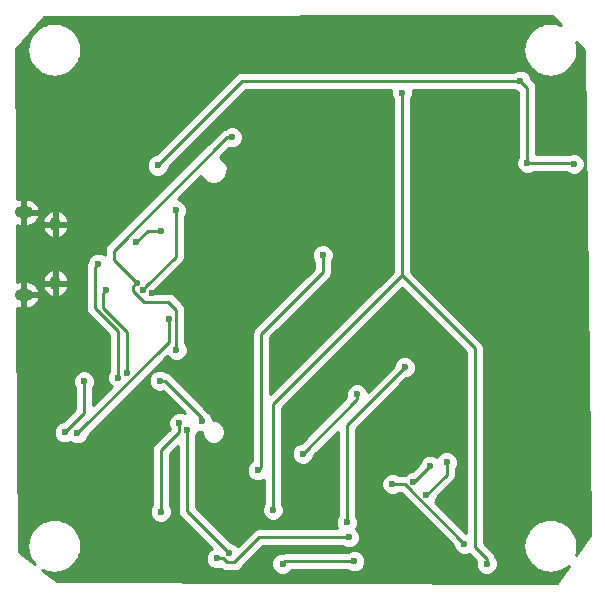
<source format=gbr>
G04 #@! TF.FileFunction,Copper,L2,Bot,Signal*
%FSLAX46Y46*%
G04 Gerber Fmt 4.6, Leading zero omitted, Abs format (unit mm)*
G04 Created by KiCad (PCBNEW 4.0.5-e0-6337~49~ubuntu16.04.1) date Sat Feb 11 21:29:31 2017*
%MOMM*%
%LPD*%
G01*
G04 APERTURE LIST*
%ADD10C,0.100000*%
%ADD11O,0.950000X1.250000*%
%ADD12O,1.550000X1.000000*%
%ADD13C,0.600000*%
%ADD14C,0.250000*%
%ADD15C,0.254000*%
G04 APERTURE END LIST*
D10*
D11*
X127308600Y-87365200D03*
X127308600Y-92365200D03*
D12*
X124608600Y-86365200D03*
X124608600Y-93365200D03*
D13*
X134178045Y-92318660D03*
X142252700Y-80022700D03*
X137553700Y-98018600D03*
X137591800Y-92722700D03*
X135445500Y-93218000D03*
X166255700Y-77101700D03*
X170053000Y-75425300D03*
X163817300Y-116116100D03*
X134701662Y-92923510D03*
X145737191Y-111558590D03*
X156654500Y-76263500D03*
X128092200Y-105003600D03*
X129730500Y-100685600D03*
X137477500Y-86207600D03*
X166674800Y-75234800D03*
X135953500Y-82410300D03*
X171220191Y-82277824D03*
X167271700Y-82181700D03*
X132626100Y-100368100D03*
X130937000Y-90728800D03*
X133323487Y-99976091D03*
X131610100Y-92989400D03*
X136906000Y-95415100D03*
X129171700Y-105079800D03*
X151955500Y-112623600D03*
X156870400Y-99504500D03*
X161925000Y-114427000D03*
X155829000Y-109385100D03*
X148247100Y-106807000D03*
X152831800Y-101791800D03*
X134134248Y-88922248D03*
X136271000Y-87934800D03*
X139725925Y-104081723D03*
X136144000Y-100622100D03*
X146532908Y-116126090D03*
X152615900Y-115912900D03*
X138420010Y-104807856D03*
X141998700Y-115227100D03*
X158702999Y-110321101D03*
X160426400Y-107548079D03*
X152146000Y-113893600D03*
X140970000Y-115671600D03*
X157610799Y-109228901D03*
X159015345Y-107840179D03*
X149936200Y-89979500D03*
X144437100Y-108216700D03*
X137795000Y-104203500D03*
X136220200Y-111721900D03*
D14*
X137553700Y-98018600D02*
X137553700Y-94642496D01*
X133878046Y-93017959D02*
X133878046Y-92618659D01*
X132241084Y-89610052D02*
X132241084Y-90381699D01*
X134799653Y-93939566D02*
X133878046Y-93017959D01*
X136850770Y-93939566D02*
X134799653Y-93939566D01*
X132241084Y-90381699D02*
X133878046Y-92018661D01*
X141828436Y-80022700D02*
X132241084Y-89610052D01*
X142252700Y-80022700D02*
X141828436Y-80022700D01*
X133878046Y-92618659D02*
X134178045Y-92318660D01*
X133878046Y-92018661D02*
X134178045Y-92318660D01*
X137553700Y-94642496D02*
X136850770Y-93939566D01*
X135445500Y-93218000D02*
X135745499Y-92918001D01*
X135745499Y-92918001D02*
X137863301Y-92918001D01*
X166255700Y-77101700D02*
X166370000Y-77216000D01*
X166370000Y-77216000D02*
X166370000Y-77381100D01*
X162826700Y-114701236D02*
X162826700Y-97878900D01*
X162826700Y-97878900D02*
X156654500Y-91706700D01*
X163817300Y-116116100D02*
X163817300Y-115691836D01*
X163817300Y-115691836D02*
X162826700Y-114701236D01*
X137477500Y-90147672D02*
X135001661Y-92623511D01*
X137477500Y-86207600D02*
X137477500Y-90147672D01*
X135001661Y-92623511D02*
X134701662Y-92923510D01*
X156654500Y-76263500D02*
X156654500Y-91706700D01*
X145737191Y-102624009D02*
X145737191Y-111558590D01*
X156654500Y-91706700D02*
X145737191Y-102624009D01*
X129730500Y-100685600D02*
X129730500Y-103365300D01*
X129730500Y-103365300D02*
X128092200Y-105003600D01*
X167271700Y-75831700D02*
X166674800Y-75234800D01*
X167271700Y-82181700D02*
X167271700Y-75831700D01*
X143129000Y-75234800D02*
X166674800Y-75234800D01*
X135953500Y-82410300D02*
X143129000Y-75234800D01*
X171124067Y-82181700D02*
X171220191Y-82277824D01*
X167271700Y-82181700D02*
X171124067Y-82181700D01*
X130937000Y-90728800D02*
X130637001Y-91028799D01*
X130637001Y-91028799D02*
X130637001Y-94457690D01*
X132626100Y-96446789D02*
X132626100Y-100368100D01*
X130637001Y-94457690D02*
X132626100Y-96446789D01*
X131310101Y-93289399D02*
X131310101Y-94494379D01*
X131310101Y-94494379D02*
X133323487Y-96507765D01*
X131610100Y-92989400D02*
X131310101Y-93289399D01*
X133323487Y-96507765D02*
X133323487Y-99976091D01*
X136906000Y-97345500D02*
X136906000Y-95415100D01*
X129171700Y-105079800D02*
X136906000Y-97345500D01*
X156870400Y-99504500D02*
X151955500Y-104419400D01*
X151955500Y-104419400D02*
X151955500Y-112623600D01*
X155829000Y-109385100D02*
X156883100Y-109385100D01*
X156883100Y-109385100D02*
X161925000Y-114427000D01*
X152831800Y-101791800D02*
X152831800Y-102222300D01*
X152831800Y-102222300D02*
X148247100Y-106807000D01*
X135121696Y-87934800D02*
X134134248Y-88922248D01*
X136271000Y-87934800D02*
X135121696Y-87934800D01*
X139725925Y-103779761D02*
X139725925Y-104081723D01*
X136144000Y-100622100D02*
X136568264Y-100622100D01*
X136568264Y-100622100D02*
X139725925Y-103779761D01*
X152615900Y-115912900D02*
X146746098Y-115912900D01*
X146746098Y-115912900D02*
X146532908Y-116126090D01*
X138420010Y-111648410D02*
X138420010Y-104807856D01*
X141998700Y-115227100D02*
X138420010Y-111648410D01*
X160426400Y-108597700D02*
X158702999Y-110321101D01*
X160426400Y-107548079D02*
X160426400Y-108597700D01*
X140970000Y-115671600D02*
X141518198Y-115671600D01*
X141518198Y-115671600D02*
X141848548Y-116001950D01*
X141848548Y-116001950D02*
X142448550Y-116001950D01*
X142448550Y-116001950D02*
X144556900Y-113893600D01*
X144556900Y-113893600D02*
X152146000Y-113893600D01*
X157626623Y-109228901D02*
X157610799Y-109228901D01*
X159015345Y-107840179D02*
X157626623Y-109228901D01*
X144737099Y-96651801D02*
X149936200Y-91452700D01*
X149936200Y-91452700D02*
X149936200Y-89979500D01*
X144437100Y-108216700D02*
X144737099Y-107916701D01*
X144737099Y-107916701D02*
X144737099Y-96651801D01*
X137795000Y-104942940D02*
X137795000Y-104203500D01*
X136220200Y-111721900D02*
X136220200Y-106517740D01*
X136220200Y-106517740D02*
X137795000Y-104942940D01*
D15*
G36*
X170075369Y-70507799D02*
X170020315Y-70478387D01*
X169720116Y-70387387D01*
X169653106Y-70380800D01*
X169588673Y-70361241D01*
X169276573Y-70330441D01*
X169209300Y-70337054D01*
X169142027Y-70330441D01*
X168829927Y-70361241D01*
X168765494Y-70380800D01*
X168698484Y-70387387D01*
X168398284Y-70478387D01*
X168338675Y-70510234D01*
X168274001Y-70529863D01*
X167997401Y-70677763D01*
X167945370Y-70720477D01*
X167885990Y-70752195D01*
X167643490Y-70951095D01*
X167600606Y-71003320D01*
X167548372Y-71046190D01*
X167349372Y-71288690D01*
X167317556Y-71348218D01*
X167274742Y-71400401D01*
X167126942Y-71677001D01*
X167107389Y-71741490D01*
X167075617Y-71800915D01*
X166984517Y-72101114D01*
X166977889Y-72168334D01*
X166958290Y-72232973D01*
X166927590Y-72545073D01*
X166934203Y-72612130D01*
X166927590Y-72679187D01*
X166958290Y-72991287D01*
X166977889Y-73055926D01*
X166984517Y-73123146D01*
X167075617Y-73423345D01*
X167107389Y-73482770D01*
X167126942Y-73547259D01*
X167274742Y-73823859D01*
X167317556Y-73876042D01*
X167349372Y-73935570D01*
X167548372Y-74178070D01*
X167600542Y-74220888D01*
X167643360Y-74273058D01*
X167885859Y-74472058D01*
X167945389Y-74503875D01*
X167997571Y-74546688D01*
X168274171Y-74694488D01*
X168338658Y-74714041D01*
X168398084Y-74745813D01*
X168698284Y-74836913D01*
X168765504Y-74843541D01*
X168830143Y-74863140D01*
X169142243Y-74893840D01*
X169209300Y-74887227D01*
X169276357Y-74893840D01*
X169588457Y-74863140D01*
X169653096Y-74843541D01*
X169720316Y-74836913D01*
X170020515Y-74745813D01*
X170079940Y-74714041D01*
X170144429Y-74694488D01*
X170421029Y-74546688D01*
X170473212Y-74503874D01*
X170532740Y-74472058D01*
X170775240Y-74273058D01*
X170818110Y-74220824D01*
X170870335Y-74177940D01*
X171069235Y-73935440D01*
X171100953Y-73876060D01*
X171143667Y-73824029D01*
X171291567Y-73547429D01*
X171311196Y-73482755D01*
X171343043Y-73423146D01*
X171434043Y-73122946D01*
X171440630Y-73055936D01*
X171460189Y-72991503D01*
X171490989Y-72679403D01*
X171484376Y-72612130D01*
X171490989Y-72544857D01*
X171460189Y-72232757D01*
X171440630Y-72168324D01*
X171434043Y-72101314D01*
X171378925Y-71919484D01*
X172047482Y-72643498D01*
X172524300Y-113273460D01*
X172524300Y-113684429D01*
X171339242Y-115430273D01*
X171343034Y-115423176D01*
X171434034Y-115123026D01*
X171440626Y-115055996D01*
X171460190Y-114991543D01*
X171490990Y-114679393D01*
X171484377Y-114612125D01*
X171490989Y-114544863D01*
X171460189Y-114232733D01*
X171440627Y-114168287D01*
X171434036Y-114101260D01*
X171343036Y-113801100D01*
X171311195Y-113741507D01*
X171291572Y-113676850D01*
X171143672Y-113400240D01*
X171100938Y-113348183D01*
X171069200Y-113288777D01*
X170870300Y-113046317D01*
X170818081Y-113003444D01*
X170775215Y-112951221D01*
X170532714Y-112752241D01*
X170473249Y-112720463D01*
X170421131Y-112677687D01*
X170144531Y-112529827D01*
X170079933Y-112510229D01*
X170020396Y-112478411D01*
X169720196Y-112387371D01*
X169653090Y-112380767D01*
X169588565Y-112361191D01*
X169276465Y-112330441D01*
X169209300Y-112337054D01*
X169142135Y-112330441D01*
X168830035Y-112361191D01*
X168765510Y-112380767D01*
X168698404Y-112387371D01*
X168398204Y-112478411D01*
X168338667Y-112510229D01*
X168274069Y-112529827D01*
X167997469Y-112677687D01*
X167945351Y-112720463D01*
X167885886Y-112752241D01*
X167643386Y-112951221D01*
X167600574Y-113003379D01*
X167548407Y-113046187D01*
X167349407Y-113288647D01*
X167317570Y-113348204D01*
X167274738Y-113400410D01*
X167126938Y-113677020D01*
X167107391Y-113741490D01*
X167075625Y-113800900D01*
X166984525Y-114101060D01*
X166977893Y-114168293D01*
X166958289Y-114232950D01*
X166927589Y-114545079D01*
X166934202Y-114612129D01*
X166927589Y-114679176D01*
X166958289Y-114991326D01*
X166977894Y-115055988D01*
X166984527Y-115123226D01*
X167075627Y-115423376D01*
X167107389Y-115482777D01*
X167126933Y-115547241D01*
X167274733Y-115823861D01*
X167317568Y-115876072D01*
X167349407Y-115935633D01*
X167548407Y-116178093D01*
X167600580Y-116220906D01*
X167643399Y-116273070D01*
X167885899Y-116472040D01*
X167945358Y-116503813D01*
X167997469Y-116546583D01*
X168274069Y-116694443D01*
X168338657Y-116714038D01*
X168398184Y-116745853D01*
X168698384Y-116836903D01*
X168765500Y-116843510D01*
X168830035Y-116863089D01*
X169142135Y-116893839D01*
X169209300Y-116887226D01*
X169276465Y-116893839D01*
X169588565Y-116863089D01*
X169653100Y-116843510D01*
X169720216Y-116836903D01*
X170020416Y-116745853D01*
X170079943Y-116714038D01*
X170144531Y-116694443D01*
X170421131Y-116546583D01*
X170473242Y-116503813D01*
X170532701Y-116472040D01*
X170757056Y-116287958D01*
X169744631Y-117779477D01*
X127448443Y-117576800D01*
X126194862Y-116652105D01*
X126274087Y-116694453D01*
X126338651Y-116714039D01*
X126398154Y-116745844D01*
X126698304Y-116836894D01*
X126765437Y-116843506D01*
X126829991Y-116863090D01*
X127142121Y-116893840D01*
X127209280Y-116887227D01*
X127276435Y-116893840D01*
X127588585Y-116863090D01*
X127653135Y-116843508D01*
X127720270Y-116836896D01*
X128020430Y-116745846D01*
X128079941Y-116714037D01*
X128144512Y-116694448D01*
X128421122Y-116546588D01*
X128473259Y-116503798D01*
X128532744Y-116472005D01*
X128775204Y-116273035D01*
X128818014Y-116220874D01*
X128870174Y-116178067D01*
X129069154Y-115935607D01*
X129100955Y-115876112D01*
X129143753Y-115823963D01*
X129291613Y-115547343D01*
X129311202Y-115482769D01*
X129343010Y-115423256D01*
X129434050Y-115123106D01*
X129440659Y-115055980D01*
X129460240Y-114991435D01*
X129490990Y-114679284D01*
X129484377Y-114612130D01*
X129490990Y-114544971D01*
X129460240Y-114232841D01*
X129440660Y-114168301D01*
X129434052Y-114101180D01*
X129343012Y-113801020D01*
X129311200Y-113741499D01*
X129291608Y-113676918D01*
X129143748Y-113400308D01*
X129100952Y-113348164D01*
X129069154Y-113288673D01*
X128870174Y-113046213D01*
X128818019Y-113003411D01*
X128775217Y-112951256D01*
X128532757Y-112752276D01*
X128473266Y-112720478D01*
X128421122Y-112677682D01*
X128144512Y-112529822D01*
X128079931Y-112510230D01*
X128020410Y-112478418D01*
X127720250Y-112387378D01*
X127653130Y-112380770D01*
X127588589Y-112361190D01*
X127276459Y-112330440D01*
X127209300Y-112337053D01*
X127142146Y-112330440D01*
X126829995Y-112361190D01*
X126765450Y-112380771D01*
X126698324Y-112387380D01*
X126398174Y-112478420D01*
X126338661Y-112510228D01*
X126274087Y-112529817D01*
X125997467Y-112677677D01*
X125945318Y-112720475D01*
X125885823Y-112752276D01*
X125643363Y-112951256D01*
X125600556Y-113003416D01*
X125548395Y-113046226D01*
X125349425Y-113288686D01*
X125317632Y-113348171D01*
X125274842Y-113400308D01*
X125126982Y-113676918D01*
X125107393Y-113741489D01*
X125075584Y-113801000D01*
X124984534Y-114101160D01*
X124977923Y-114168291D01*
X124958340Y-114232841D01*
X124927590Y-114544971D01*
X124934203Y-114612130D01*
X124927590Y-114679285D01*
X124958340Y-114991435D01*
X124977924Y-115055990D01*
X124984536Y-115123126D01*
X125075586Y-115423276D01*
X125107391Y-115482779D01*
X125126977Y-115547343D01*
X125274837Y-115823963D01*
X125317630Y-115876105D01*
X125349425Y-115935594D01*
X125542552Y-116170933D01*
X124192976Y-115175429D01*
X124142524Y-105188767D01*
X127157038Y-105188767D01*
X127299083Y-105532543D01*
X127561873Y-105795792D01*
X127905401Y-105938438D01*
X128277367Y-105938762D01*
X128582265Y-105812781D01*
X128641373Y-105871992D01*
X128984901Y-106014638D01*
X129356867Y-106014962D01*
X129700643Y-105872917D01*
X129963892Y-105610127D01*
X130106538Y-105266599D01*
X130106579Y-105219723D01*
X134519035Y-100807267D01*
X135208838Y-100807267D01*
X135350883Y-101151043D01*
X135613673Y-101414292D01*
X135957201Y-101556938D01*
X136329167Y-101557262D01*
X136399545Y-101528183D01*
X138252379Y-103381017D01*
X137981799Y-103268662D01*
X137609833Y-103268338D01*
X137266057Y-103410383D01*
X137002808Y-103673173D01*
X136860162Y-104016701D01*
X136859838Y-104388667D01*
X136981069Y-104682069D01*
X135682799Y-105980339D01*
X135518052Y-106226901D01*
X135460200Y-106517740D01*
X135460200Y-111159437D01*
X135428008Y-111191573D01*
X135285362Y-111535101D01*
X135285038Y-111907067D01*
X135427083Y-112250843D01*
X135689873Y-112514092D01*
X136033401Y-112656738D01*
X136405367Y-112657062D01*
X136749143Y-112515017D01*
X137012392Y-112252227D01*
X137155038Y-111908699D01*
X137155362Y-111536733D01*
X137013317Y-111192957D01*
X136980200Y-111159782D01*
X136980200Y-106832542D01*
X137660010Y-106152732D01*
X137660010Y-111648410D01*
X137717862Y-111939249D01*
X137882609Y-112185811D01*
X140536036Y-114839238D01*
X140441057Y-114878483D01*
X140177808Y-115141273D01*
X140035162Y-115484801D01*
X140034838Y-115856767D01*
X140176883Y-116200543D01*
X140439673Y-116463792D01*
X140783201Y-116606438D01*
X141155167Y-116606762D01*
X141313886Y-116541181D01*
X141557708Y-116704098D01*
X141567356Y-116706017D01*
X141848548Y-116761950D01*
X142448550Y-116761950D01*
X142739389Y-116704098D01*
X142985951Y-116539351D01*
X143214045Y-116311257D01*
X145597746Y-116311257D01*
X145739791Y-116655033D01*
X146002581Y-116918282D01*
X146346109Y-117060928D01*
X146718075Y-117061252D01*
X147061851Y-116919207D01*
X147308588Y-116672900D01*
X152053437Y-116672900D01*
X152085573Y-116705092D01*
X152429101Y-116847738D01*
X152801067Y-116848062D01*
X153144843Y-116706017D01*
X153408092Y-116443227D01*
X153550738Y-116099699D01*
X153551062Y-115727733D01*
X153409017Y-115383957D01*
X153146227Y-115120708D01*
X152802699Y-114978062D01*
X152430733Y-114977738D01*
X152086957Y-115119783D01*
X152053782Y-115152900D01*
X146746098Y-115152900D01*
X146554016Y-115191108D01*
X146347741Y-115190928D01*
X146003965Y-115332973D01*
X145740716Y-115595763D01*
X145598070Y-115939291D01*
X145597746Y-116311257D01*
X143214045Y-116311257D01*
X144871702Y-114653600D01*
X151583537Y-114653600D01*
X151615673Y-114685792D01*
X151959201Y-114828438D01*
X152331167Y-114828762D01*
X152674943Y-114686717D01*
X152938192Y-114423927D01*
X153080838Y-114080399D01*
X153081162Y-113708433D01*
X152939117Y-113364657D01*
X152738207Y-113163396D01*
X152747692Y-113153927D01*
X152890338Y-112810399D01*
X152890662Y-112438433D01*
X152748617Y-112094657D01*
X152715500Y-112061482D01*
X152715500Y-104734202D01*
X157010080Y-100439622D01*
X157055567Y-100439662D01*
X157399343Y-100297617D01*
X157662592Y-100034827D01*
X157805238Y-99691299D01*
X157805562Y-99319333D01*
X157663517Y-98975557D01*
X157400727Y-98712308D01*
X157057199Y-98569662D01*
X156685233Y-98569338D01*
X156341457Y-98711383D01*
X156078208Y-98974173D01*
X155935562Y-99317701D01*
X155935521Y-99364577D01*
X153745473Y-101554625D01*
X153624917Y-101262857D01*
X153362127Y-100999608D01*
X153018599Y-100856962D01*
X152646633Y-100856638D01*
X152302857Y-100998683D01*
X152039608Y-101261473D01*
X151896962Y-101605001D01*
X151896638Y-101976967D01*
X151927541Y-102051757D01*
X148107420Y-105871878D01*
X148061933Y-105871838D01*
X147718157Y-106013883D01*
X147454908Y-106276673D01*
X147312262Y-106620201D01*
X147311938Y-106992167D01*
X147453983Y-107335943D01*
X147716773Y-107599192D01*
X148060301Y-107741838D01*
X148432267Y-107742162D01*
X148776043Y-107600117D01*
X149039292Y-107337327D01*
X149181938Y-106993799D01*
X149181979Y-106946923D01*
X151195500Y-104933402D01*
X151195500Y-112061137D01*
X151163308Y-112093273D01*
X151020662Y-112436801D01*
X151020338Y-112808767D01*
X151154556Y-113133600D01*
X144556900Y-113133600D01*
X144266061Y-113191452D01*
X144019499Y-113356199D01*
X142734729Y-114640969D01*
X142529027Y-114434908D01*
X142185499Y-114292262D01*
X142138623Y-114292221D01*
X139180010Y-111333608D01*
X139180010Y-105370319D01*
X139212202Y-105338183D01*
X139354848Y-104994655D01*
X139354896Y-104940061D01*
X139539126Y-105016561D01*
X139704167Y-105016705D01*
X139704030Y-105173469D01*
X139853671Y-105535629D01*
X140130514Y-105812955D01*
X140492412Y-105963228D01*
X140884269Y-105963570D01*
X141246429Y-105813929D01*
X141523755Y-105537086D01*
X141674028Y-105175188D01*
X141674370Y-104783331D01*
X141524729Y-104421171D01*
X141247886Y-104143845D01*
X140885988Y-103993572D01*
X140661003Y-103993376D01*
X140661087Y-103896556D01*
X140519042Y-103552780D01*
X140372967Y-103406450D01*
X140263326Y-103242360D01*
X137105665Y-100084699D01*
X136859103Y-99919952D01*
X136740704Y-99896401D01*
X136674327Y-99829908D01*
X136330799Y-99687262D01*
X135958833Y-99686938D01*
X135615057Y-99828983D01*
X135351808Y-100091773D01*
X135209162Y-100435301D01*
X135208838Y-100807267D01*
X134519035Y-100807267D01*
X136769663Y-98556639D01*
X137023373Y-98810792D01*
X137366901Y-98953438D01*
X137738867Y-98953762D01*
X138082643Y-98811717D01*
X138345892Y-98548927D01*
X138488538Y-98205399D01*
X138488862Y-97833433D01*
X138346817Y-97489657D01*
X138313700Y-97456482D01*
X138313700Y-94642496D01*
X138255848Y-94351657D01*
X138091101Y-94105095D01*
X137388171Y-93402165D01*
X137141609Y-93237418D01*
X136850770Y-93179566D01*
X135607742Y-93179566D01*
X135636500Y-93110309D01*
X135636541Y-93063433D01*
X138014901Y-90685073D01*
X138179648Y-90438511D01*
X138237500Y-90147672D01*
X138237500Y-86770063D01*
X138269692Y-86737927D01*
X138412338Y-86394399D01*
X138412662Y-86022433D01*
X138270617Y-85678657D01*
X138007827Y-85415408D01*
X137664299Y-85272762D01*
X137653186Y-85272752D01*
X139623540Y-83302398D01*
X139684020Y-83448772D01*
X140017075Y-83782409D01*
X140452455Y-83963194D01*
X140923877Y-83963606D01*
X141359572Y-83783580D01*
X141693209Y-83450525D01*
X141873994Y-83015145D01*
X141874406Y-82543723D01*
X141694380Y-82108028D01*
X141361325Y-81774391D01*
X141213097Y-81712841D01*
X141997007Y-80928931D01*
X142065901Y-80957538D01*
X142437867Y-80957862D01*
X142781643Y-80815817D01*
X143044892Y-80553027D01*
X143187538Y-80209499D01*
X143187862Y-79837533D01*
X143045817Y-79493757D01*
X142783027Y-79230508D01*
X142439499Y-79087862D01*
X142067533Y-79087538D01*
X141723757Y-79229583D01*
X141656278Y-79296945D01*
X141537596Y-79320552D01*
X141291035Y-79485299D01*
X131703683Y-89072651D01*
X131538936Y-89319213D01*
X131481084Y-89610052D01*
X131481084Y-89950389D01*
X131467327Y-89936608D01*
X131123799Y-89793962D01*
X130751833Y-89793638D01*
X130408057Y-89935683D01*
X130144808Y-90198473D01*
X130002162Y-90542001D01*
X130002079Y-90637349D01*
X129934853Y-90737960D01*
X129877001Y-91028799D01*
X129877001Y-94457690D01*
X129934853Y-94748529D01*
X130099600Y-94995091D01*
X131866100Y-96761591D01*
X131866100Y-99805637D01*
X131833908Y-99837773D01*
X131691262Y-100181301D01*
X131690938Y-100553267D01*
X131832983Y-100897043D01*
X132056124Y-101120574D01*
X130490500Y-102686198D01*
X130490500Y-101248063D01*
X130522692Y-101215927D01*
X130665338Y-100872399D01*
X130665662Y-100500433D01*
X130523617Y-100156657D01*
X130260827Y-99893408D01*
X129917299Y-99750762D01*
X129545333Y-99750438D01*
X129201557Y-99892483D01*
X128938308Y-100155273D01*
X128795662Y-100498801D01*
X128795338Y-100870767D01*
X128937383Y-101214543D01*
X128970500Y-101247718D01*
X128970500Y-103050498D01*
X127952520Y-104068478D01*
X127907033Y-104068438D01*
X127563257Y-104210483D01*
X127300008Y-104473273D01*
X127157362Y-104816801D01*
X127157038Y-105188767D01*
X124142524Y-105188767D01*
X124088335Y-94462606D01*
X124206600Y-94500200D01*
X124481600Y-94500200D01*
X124481600Y-93492200D01*
X124735600Y-93492200D01*
X124735600Y-94500200D01*
X125010600Y-94500200D01*
X125435278Y-94365202D01*
X125775968Y-94077963D01*
X125977719Y-93667074D01*
X125851554Y-93492200D01*
X124735600Y-93492200D01*
X124481600Y-93492200D01*
X124461600Y-93492200D01*
X124461600Y-93238200D01*
X124481600Y-93238200D01*
X124481600Y-92230200D01*
X124735600Y-92230200D01*
X124735600Y-93238200D01*
X125851554Y-93238200D01*
X125977719Y-93063326D01*
X125782791Y-92666331D01*
X126207371Y-92666331D01*
X126349032Y-93076249D01*
X126636779Y-93400752D01*
X127010662Y-93584468D01*
X127181600Y-93457934D01*
X127181600Y-92492200D01*
X127435600Y-92492200D01*
X127435600Y-93457934D01*
X127606538Y-93584468D01*
X127980421Y-93400752D01*
X128268168Y-93076249D01*
X128409829Y-92666331D01*
X128261163Y-92492200D01*
X127435600Y-92492200D01*
X127181600Y-92492200D01*
X126356037Y-92492200D01*
X126207371Y-92666331D01*
X125782791Y-92666331D01*
X125775968Y-92652437D01*
X125435278Y-92365198D01*
X125010600Y-92230200D01*
X124735600Y-92230200D01*
X124481600Y-92230200D01*
X124206600Y-92230200D01*
X124077265Y-92271314D01*
X124076218Y-92064069D01*
X126207371Y-92064069D01*
X126356037Y-92238200D01*
X127181600Y-92238200D01*
X127181600Y-91272466D01*
X127435600Y-91272466D01*
X127435600Y-92238200D01*
X128261163Y-92238200D01*
X128409829Y-92064069D01*
X128268168Y-91654151D01*
X127980421Y-91329648D01*
X127606538Y-91145932D01*
X127435600Y-91272466D01*
X127181600Y-91272466D01*
X127010662Y-91145932D01*
X126636779Y-91329648D01*
X126349032Y-91654151D01*
X126207371Y-92064069D01*
X124076218Y-92064069D01*
X124054001Y-87666331D01*
X126207371Y-87666331D01*
X126349032Y-88076249D01*
X126636779Y-88400752D01*
X127010662Y-88584468D01*
X127181600Y-88457934D01*
X127181600Y-87492200D01*
X127435600Y-87492200D01*
X127435600Y-88457934D01*
X127606538Y-88584468D01*
X127980421Y-88400752D01*
X128268168Y-88076249D01*
X128409829Y-87666331D01*
X128261163Y-87492200D01*
X127435600Y-87492200D01*
X127181600Y-87492200D01*
X126356037Y-87492200D01*
X126207371Y-87666331D01*
X124054001Y-87666331D01*
X124052914Y-87451346D01*
X124206600Y-87500200D01*
X124481600Y-87500200D01*
X124481600Y-86492200D01*
X124735600Y-86492200D01*
X124735600Y-87500200D01*
X125010600Y-87500200D01*
X125435278Y-87365202D01*
X125775968Y-87077963D01*
X125782790Y-87064069D01*
X126207371Y-87064069D01*
X126356037Y-87238200D01*
X127181600Y-87238200D01*
X127181600Y-86272466D01*
X127435600Y-86272466D01*
X127435600Y-87238200D01*
X128261163Y-87238200D01*
X128409829Y-87064069D01*
X128268168Y-86654151D01*
X127980421Y-86329648D01*
X127606538Y-86145932D01*
X127435600Y-86272466D01*
X127181600Y-86272466D01*
X127010662Y-86145932D01*
X126636779Y-86329648D01*
X126349032Y-86654151D01*
X126207371Y-87064069D01*
X125782790Y-87064069D01*
X125977719Y-86667074D01*
X125851554Y-86492200D01*
X124735600Y-86492200D01*
X124481600Y-86492200D01*
X124461600Y-86492200D01*
X124461600Y-86238200D01*
X124481600Y-86238200D01*
X124481600Y-85230200D01*
X124735600Y-85230200D01*
X124735600Y-86238200D01*
X125851554Y-86238200D01*
X125977719Y-86063326D01*
X125775968Y-85652437D01*
X125435278Y-85365198D01*
X125010600Y-85230200D01*
X124735600Y-85230200D01*
X124481600Y-85230200D01*
X124206600Y-85230200D01*
X124041957Y-85282537D01*
X124028383Y-82595467D01*
X135018338Y-82595467D01*
X135160383Y-82939243D01*
X135423173Y-83202492D01*
X135766701Y-83345138D01*
X136138667Y-83345462D01*
X136482443Y-83203417D01*
X136745692Y-82940627D01*
X136888338Y-82597099D01*
X136888379Y-82550223D01*
X143443802Y-75994800D01*
X155753670Y-75994800D01*
X155719662Y-76076701D01*
X155719338Y-76448667D01*
X155861383Y-76792443D01*
X155894500Y-76825618D01*
X155894500Y-91391898D01*
X145497099Y-101789299D01*
X145497099Y-96966603D01*
X150473601Y-91990101D01*
X150638348Y-91743539D01*
X150696200Y-91452700D01*
X150696200Y-90541963D01*
X150728392Y-90509827D01*
X150871038Y-90166299D01*
X150871362Y-89794333D01*
X150729317Y-89450557D01*
X150466527Y-89187308D01*
X150122999Y-89044662D01*
X149751033Y-89044338D01*
X149407257Y-89186383D01*
X149144008Y-89449173D01*
X149001362Y-89792701D01*
X149001038Y-90164667D01*
X149143083Y-90508443D01*
X149176200Y-90541618D01*
X149176200Y-91137898D01*
X144199698Y-96114400D01*
X144034951Y-96360962D01*
X143977099Y-96651801D01*
X143977099Y-107395097D01*
X143908157Y-107423583D01*
X143644908Y-107686373D01*
X143502262Y-108029901D01*
X143501938Y-108401867D01*
X143643983Y-108745643D01*
X143906773Y-109008892D01*
X144250301Y-109151538D01*
X144622267Y-109151862D01*
X144966043Y-109009817D01*
X144977191Y-108998688D01*
X144977191Y-110996127D01*
X144944999Y-111028263D01*
X144802353Y-111371791D01*
X144802029Y-111743757D01*
X144944074Y-112087533D01*
X145206864Y-112350782D01*
X145550392Y-112493428D01*
X145922358Y-112493752D01*
X146266134Y-112351707D01*
X146529383Y-112088917D01*
X146672029Y-111745389D01*
X146672353Y-111373423D01*
X146530308Y-111029647D01*
X146497191Y-110996472D01*
X146497191Y-102938811D01*
X156654500Y-92781502D01*
X162066700Y-98193702D01*
X162066700Y-113492123D01*
X162064923Y-113492121D01*
X159459680Y-110886878D01*
X159495191Y-110851428D01*
X159637837Y-110507900D01*
X159637878Y-110461024D01*
X160963801Y-109135101D01*
X161128548Y-108888539D01*
X161186400Y-108597700D01*
X161186400Y-108110542D01*
X161218592Y-108078406D01*
X161361238Y-107734878D01*
X161361562Y-107362912D01*
X161219517Y-107019136D01*
X160956727Y-106755887D01*
X160613199Y-106613241D01*
X160241233Y-106612917D01*
X159897457Y-106754962D01*
X159634208Y-107017752D01*
X159599332Y-107101741D01*
X159545672Y-107047987D01*
X159202144Y-106905341D01*
X158830178Y-106905017D01*
X158486402Y-107047062D01*
X158223153Y-107309852D01*
X158080507Y-107653380D01*
X158080466Y-107700256D01*
X157486930Y-108293792D01*
X157425632Y-108293739D01*
X157081856Y-108435784D01*
X156890696Y-108626611D01*
X156883100Y-108625100D01*
X156391463Y-108625100D01*
X156359327Y-108592908D01*
X156015799Y-108450262D01*
X155643833Y-108449938D01*
X155300057Y-108591983D01*
X155036808Y-108854773D01*
X154894162Y-109198301D01*
X154893838Y-109570267D01*
X155035883Y-109914043D01*
X155298673Y-110177292D01*
X155642201Y-110319938D01*
X156014167Y-110320262D01*
X156357943Y-110178217D01*
X156391118Y-110145100D01*
X156568298Y-110145100D01*
X160989878Y-114566680D01*
X160989838Y-114612167D01*
X161131883Y-114955943D01*
X161394673Y-115219192D01*
X161738201Y-115361838D01*
X162110167Y-115362162D01*
X162324333Y-115273671D01*
X162911069Y-115860407D01*
X162882462Y-115929301D01*
X162882138Y-116301267D01*
X163024183Y-116645043D01*
X163286973Y-116908292D01*
X163630501Y-117050938D01*
X164002467Y-117051262D01*
X164346243Y-116909217D01*
X164609492Y-116646427D01*
X164752138Y-116302899D01*
X164752462Y-115930933D01*
X164610417Y-115587157D01*
X164543055Y-115519678D01*
X164519448Y-115400997D01*
X164354701Y-115154435D01*
X163586700Y-114386434D01*
X163586700Y-97878900D01*
X163528848Y-97588061D01*
X163364101Y-97341499D01*
X157414500Y-91391898D01*
X157414500Y-76825963D01*
X157446692Y-76793827D01*
X157589338Y-76450299D01*
X157589662Y-76078333D01*
X157555147Y-75994800D01*
X166112337Y-75994800D01*
X166144473Y-76026992D01*
X166488001Y-76169638D01*
X166511700Y-76169659D01*
X166511700Y-81619237D01*
X166479508Y-81651373D01*
X166336862Y-81994901D01*
X166336538Y-82366867D01*
X166478583Y-82710643D01*
X166741373Y-82973892D01*
X167084901Y-83116538D01*
X167456867Y-83116862D01*
X167800643Y-82974817D01*
X167833818Y-82941700D01*
X170561772Y-82941700D01*
X170689864Y-83070016D01*
X171033392Y-83212662D01*
X171405358Y-83212986D01*
X171749134Y-83070941D01*
X172012383Y-82808151D01*
X172155029Y-82464623D01*
X172155353Y-82092657D01*
X172013308Y-81748881D01*
X171750518Y-81485632D01*
X171406990Y-81342986D01*
X171035024Y-81342662D01*
X170843737Y-81421700D01*
X168031700Y-81421700D01*
X168031700Y-75831700D01*
X167973848Y-75540861D01*
X167809101Y-75294299D01*
X167609922Y-75095120D01*
X167609962Y-75049633D01*
X167467917Y-74705857D01*
X167205127Y-74442608D01*
X166861599Y-74299962D01*
X166489633Y-74299638D01*
X166145857Y-74441683D01*
X166112682Y-74474800D01*
X143129000Y-74474800D01*
X142886414Y-74523054D01*
X142838160Y-74532652D01*
X142591599Y-74697399D01*
X135813820Y-81475178D01*
X135768333Y-81475138D01*
X135424557Y-81617183D01*
X135161308Y-81879973D01*
X135018662Y-82223501D01*
X135018338Y-82595467D01*
X124028383Y-82595467D01*
X123977705Y-72564324D01*
X123994622Y-72544965D01*
X124927591Y-72544965D01*
X124934204Y-72612130D01*
X124927591Y-72679295D01*
X124958341Y-72991395D01*
X124977920Y-73055930D01*
X124984527Y-73123046D01*
X125075577Y-73423246D01*
X125107392Y-73482773D01*
X125126987Y-73547361D01*
X125274847Y-73823961D01*
X125317617Y-73876072D01*
X125349390Y-73935531D01*
X125548360Y-74178031D01*
X125600525Y-74220851D01*
X125643337Y-74273023D01*
X125885797Y-74472022D01*
X125945355Y-74503860D01*
X125997569Y-74546697D01*
X126274190Y-74694498D01*
X126338655Y-74714042D01*
X126398054Y-74745803D01*
X126698204Y-74836904D01*
X126765441Y-74843536D01*
X126830099Y-74863141D01*
X127142229Y-74893840D01*
X127209275Y-74887227D01*
X127276326Y-74893841D01*
X127588476Y-74863141D01*
X127653134Y-74843537D01*
X127720370Y-74836905D01*
X128020530Y-74745805D01*
X128079940Y-74714039D01*
X128144410Y-74694492D01*
X128421020Y-74546692D01*
X128473226Y-74503860D01*
X128532783Y-74472023D01*
X128775243Y-74273023D01*
X128818051Y-74220856D01*
X128870209Y-74178044D01*
X129069189Y-73935544D01*
X129100967Y-73876079D01*
X129143743Y-73823961D01*
X129291603Y-73547361D01*
X129311201Y-73482763D01*
X129343019Y-73423226D01*
X129434059Y-73123026D01*
X129440663Y-73055920D01*
X129460239Y-72991395D01*
X129490989Y-72679295D01*
X129484376Y-72612130D01*
X129490989Y-72544965D01*
X129460239Y-72232865D01*
X129440663Y-72168340D01*
X129434059Y-72101234D01*
X129343019Y-71801034D01*
X129311201Y-71741497D01*
X129291603Y-71676899D01*
X129143743Y-71400299D01*
X129100967Y-71348181D01*
X129069189Y-71288716D01*
X128870209Y-71046216D01*
X128817988Y-71003352D01*
X128775113Y-70951130D01*
X128532653Y-70752230D01*
X128473247Y-70720492D01*
X128421190Y-70677758D01*
X128144580Y-70529858D01*
X128079923Y-70510235D01*
X128020330Y-70478394D01*
X127720170Y-70387394D01*
X127653143Y-70380803D01*
X127588697Y-70361241D01*
X127276567Y-70330441D01*
X127209305Y-70337053D01*
X127142037Y-70330440D01*
X126829887Y-70361240D01*
X126765434Y-70380804D01*
X126698404Y-70387396D01*
X126398254Y-70478396D01*
X126338669Y-70510233D01*
X126274020Y-70529853D01*
X125997399Y-70677753D01*
X125945337Y-70720490D01*
X125885927Y-70752230D01*
X125643467Y-70951130D01*
X125600588Y-71003357D01*
X125548360Y-71046229D01*
X125349390Y-71288729D01*
X125317617Y-71348188D01*
X125274847Y-71400299D01*
X125126987Y-71676899D01*
X125107392Y-71741487D01*
X125075577Y-71801014D01*
X124984527Y-72101214D01*
X124977920Y-72168330D01*
X124958341Y-72232865D01*
X124927591Y-72544965D01*
X123994622Y-72544965D01*
X126371981Y-69824481D01*
X169362515Y-69735815D01*
X170075369Y-70507799D01*
X170075369Y-70507799D01*
G37*
X170075369Y-70507799D02*
X170020315Y-70478387D01*
X169720116Y-70387387D01*
X169653106Y-70380800D01*
X169588673Y-70361241D01*
X169276573Y-70330441D01*
X169209300Y-70337054D01*
X169142027Y-70330441D01*
X168829927Y-70361241D01*
X168765494Y-70380800D01*
X168698484Y-70387387D01*
X168398284Y-70478387D01*
X168338675Y-70510234D01*
X168274001Y-70529863D01*
X167997401Y-70677763D01*
X167945370Y-70720477D01*
X167885990Y-70752195D01*
X167643490Y-70951095D01*
X167600606Y-71003320D01*
X167548372Y-71046190D01*
X167349372Y-71288690D01*
X167317556Y-71348218D01*
X167274742Y-71400401D01*
X167126942Y-71677001D01*
X167107389Y-71741490D01*
X167075617Y-71800915D01*
X166984517Y-72101114D01*
X166977889Y-72168334D01*
X166958290Y-72232973D01*
X166927590Y-72545073D01*
X166934203Y-72612130D01*
X166927590Y-72679187D01*
X166958290Y-72991287D01*
X166977889Y-73055926D01*
X166984517Y-73123146D01*
X167075617Y-73423345D01*
X167107389Y-73482770D01*
X167126942Y-73547259D01*
X167274742Y-73823859D01*
X167317556Y-73876042D01*
X167349372Y-73935570D01*
X167548372Y-74178070D01*
X167600542Y-74220888D01*
X167643360Y-74273058D01*
X167885859Y-74472058D01*
X167945389Y-74503875D01*
X167997571Y-74546688D01*
X168274171Y-74694488D01*
X168338658Y-74714041D01*
X168398084Y-74745813D01*
X168698284Y-74836913D01*
X168765504Y-74843541D01*
X168830143Y-74863140D01*
X169142243Y-74893840D01*
X169209300Y-74887227D01*
X169276357Y-74893840D01*
X169588457Y-74863140D01*
X169653096Y-74843541D01*
X169720316Y-74836913D01*
X170020515Y-74745813D01*
X170079940Y-74714041D01*
X170144429Y-74694488D01*
X170421029Y-74546688D01*
X170473212Y-74503874D01*
X170532740Y-74472058D01*
X170775240Y-74273058D01*
X170818110Y-74220824D01*
X170870335Y-74177940D01*
X171069235Y-73935440D01*
X171100953Y-73876060D01*
X171143667Y-73824029D01*
X171291567Y-73547429D01*
X171311196Y-73482755D01*
X171343043Y-73423146D01*
X171434043Y-73122946D01*
X171440630Y-73055936D01*
X171460189Y-72991503D01*
X171490989Y-72679403D01*
X171484376Y-72612130D01*
X171490989Y-72544857D01*
X171460189Y-72232757D01*
X171440630Y-72168324D01*
X171434043Y-72101314D01*
X171378925Y-71919484D01*
X172047482Y-72643498D01*
X172524300Y-113273460D01*
X172524300Y-113684429D01*
X171339242Y-115430273D01*
X171343034Y-115423176D01*
X171434034Y-115123026D01*
X171440626Y-115055996D01*
X171460190Y-114991543D01*
X171490990Y-114679393D01*
X171484377Y-114612125D01*
X171490989Y-114544863D01*
X171460189Y-114232733D01*
X171440627Y-114168287D01*
X171434036Y-114101260D01*
X171343036Y-113801100D01*
X171311195Y-113741507D01*
X171291572Y-113676850D01*
X171143672Y-113400240D01*
X171100938Y-113348183D01*
X171069200Y-113288777D01*
X170870300Y-113046317D01*
X170818081Y-113003444D01*
X170775215Y-112951221D01*
X170532714Y-112752241D01*
X170473249Y-112720463D01*
X170421131Y-112677687D01*
X170144531Y-112529827D01*
X170079933Y-112510229D01*
X170020396Y-112478411D01*
X169720196Y-112387371D01*
X169653090Y-112380767D01*
X169588565Y-112361191D01*
X169276465Y-112330441D01*
X169209300Y-112337054D01*
X169142135Y-112330441D01*
X168830035Y-112361191D01*
X168765510Y-112380767D01*
X168698404Y-112387371D01*
X168398204Y-112478411D01*
X168338667Y-112510229D01*
X168274069Y-112529827D01*
X167997469Y-112677687D01*
X167945351Y-112720463D01*
X167885886Y-112752241D01*
X167643386Y-112951221D01*
X167600574Y-113003379D01*
X167548407Y-113046187D01*
X167349407Y-113288647D01*
X167317570Y-113348204D01*
X167274738Y-113400410D01*
X167126938Y-113677020D01*
X167107391Y-113741490D01*
X167075625Y-113800900D01*
X166984525Y-114101060D01*
X166977893Y-114168293D01*
X166958289Y-114232950D01*
X166927589Y-114545079D01*
X166934202Y-114612129D01*
X166927589Y-114679176D01*
X166958289Y-114991326D01*
X166977894Y-115055988D01*
X166984527Y-115123226D01*
X167075627Y-115423376D01*
X167107389Y-115482777D01*
X167126933Y-115547241D01*
X167274733Y-115823861D01*
X167317568Y-115876072D01*
X167349407Y-115935633D01*
X167548407Y-116178093D01*
X167600580Y-116220906D01*
X167643399Y-116273070D01*
X167885899Y-116472040D01*
X167945358Y-116503813D01*
X167997469Y-116546583D01*
X168274069Y-116694443D01*
X168338657Y-116714038D01*
X168398184Y-116745853D01*
X168698384Y-116836903D01*
X168765500Y-116843510D01*
X168830035Y-116863089D01*
X169142135Y-116893839D01*
X169209300Y-116887226D01*
X169276465Y-116893839D01*
X169588565Y-116863089D01*
X169653100Y-116843510D01*
X169720216Y-116836903D01*
X170020416Y-116745853D01*
X170079943Y-116714038D01*
X170144531Y-116694443D01*
X170421131Y-116546583D01*
X170473242Y-116503813D01*
X170532701Y-116472040D01*
X170757056Y-116287958D01*
X169744631Y-117779477D01*
X127448443Y-117576800D01*
X126194862Y-116652105D01*
X126274087Y-116694453D01*
X126338651Y-116714039D01*
X126398154Y-116745844D01*
X126698304Y-116836894D01*
X126765437Y-116843506D01*
X126829991Y-116863090D01*
X127142121Y-116893840D01*
X127209280Y-116887227D01*
X127276435Y-116893840D01*
X127588585Y-116863090D01*
X127653135Y-116843508D01*
X127720270Y-116836896D01*
X128020430Y-116745846D01*
X128079941Y-116714037D01*
X128144512Y-116694448D01*
X128421122Y-116546588D01*
X128473259Y-116503798D01*
X128532744Y-116472005D01*
X128775204Y-116273035D01*
X128818014Y-116220874D01*
X128870174Y-116178067D01*
X129069154Y-115935607D01*
X129100955Y-115876112D01*
X129143753Y-115823963D01*
X129291613Y-115547343D01*
X129311202Y-115482769D01*
X129343010Y-115423256D01*
X129434050Y-115123106D01*
X129440659Y-115055980D01*
X129460240Y-114991435D01*
X129490990Y-114679284D01*
X129484377Y-114612130D01*
X129490990Y-114544971D01*
X129460240Y-114232841D01*
X129440660Y-114168301D01*
X129434052Y-114101180D01*
X129343012Y-113801020D01*
X129311200Y-113741499D01*
X129291608Y-113676918D01*
X129143748Y-113400308D01*
X129100952Y-113348164D01*
X129069154Y-113288673D01*
X128870174Y-113046213D01*
X128818019Y-113003411D01*
X128775217Y-112951256D01*
X128532757Y-112752276D01*
X128473266Y-112720478D01*
X128421122Y-112677682D01*
X128144512Y-112529822D01*
X128079931Y-112510230D01*
X128020410Y-112478418D01*
X127720250Y-112387378D01*
X127653130Y-112380770D01*
X127588589Y-112361190D01*
X127276459Y-112330440D01*
X127209300Y-112337053D01*
X127142146Y-112330440D01*
X126829995Y-112361190D01*
X126765450Y-112380771D01*
X126698324Y-112387380D01*
X126398174Y-112478420D01*
X126338661Y-112510228D01*
X126274087Y-112529817D01*
X125997467Y-112677677D01*
X125945318Y-112720475D01*
X125885823Y-112752276D01*
X125643363Y-112951256D01*
X125600556Y-113003416D01*
X125548395Y-113046226D01*
X125349425Y-113288686D01*
X125317632Y-113348171D01*
X125274842Y-113400308D01*
X125126982Y-113676918D01*
X125107393Y-113741489D01*
X125075584Y-113801000D01*
X124984534Y-114101160D01*
X124977923Y-114168291D01*
X124958340Y-114232841D01*
X124927590Y-114544971D01*
X124934203Y-114612130D01*
X124927590Y-114679285D01*
X124958340Y-114991435D01*
X124977924Y-115055990D01*
X124984536Y-115123126D01*
X125075586Y-115423276D01*
X125107391Y-115482779D01*
X125126977Y-115547343D01*
X125274837Y-115823963D01*
X125317630Y-115876105D01*
X125349425Y-115935594D01*
X125542552Y-116170933D01*
X124192976Y-115175429D01*
X124142524Y-105188767D01*
X127157038Y-105188767D01*
X127299083Y-105532543D01*
X127561873Y-105795792D01*
X127905401Y-105938438D01*
X128277367Y-105938762D01*
X128582265Y-105812781D01*
X128641373Y-105871992D01*
X128984901Y-106014638D01*
X129356867Y-106014962D01*
X129700643Y-105872917D01*
X129963892Y-105610127D01*
X130106538Y-105266599D01*
X130106579Y-105219723D01*
X134519035Y-100807267D01*
X135208838Y-100807267D01*
X135350883Y-101151043D01*
X135613673Y-101414292D01*
X135957201Y-101556938D01*
X136329167Y-101557262D01*
X136399545Y-101528183D01*
X138252379Y-103381017D01*
X137981799Y-103268662D01*
X137609833Y-103268338D01*
X137266057Y-103410383D01*
X137002808Y-103673173D01*
X136860162Y-104016701D01*
X136859838Y-104388667D01*
X136981069Y-104682069D01*
X135682799Y-105980339D01*
X135518052Y-106226901D01*
X135460200Y-106517740D01*
X135460200Y-111159437D01*
X135428008Y-111191573D01*
X135285362Y-111535101D01*
X135285038Y-111907067D01*
X135427083Y-112250843D01*
X135689873Y-112514092D01*
X136033401Y-112656738D01*
X136405367Y-112657062D01*
X136749143Y-112515017D01*
X137012392Y-112252227D01*
X137155038Y-111908699D01*
X137155362Y-111536733D01*
X137013317Y-111192957D01*
X136980200Y-111159782D01*
X136980200Y-106832542D01*
X137660010Y-106152732D01*
X137660010Y-111648410D01*
X137717862Y-111939249D01*
X137882609Y-112185811D01*
X140536036Y-114839238D01*
X140441057Y-114878483D01*
X140177808Y-115141273D01*
X140035162Y-115484801D01*
X140034838Y-115856767D01*
X140176883Y-116200543D01*
X140439673Y-116463792D01*
X140783201Y-116606438D01*
X141155167Y-116606762D01*
X141313886Y-116541181D01*
X141557708Y-116704098D01*
X141567356Y-116706017D01*
X141848548Y-116761950D01*
X142448550Y-116761950D01*
X142739389Y-116704098D01*
X142985951Y-116539351D01*
X143214045Y-116311257D01*
X145597746Y-116311257D01*
X145739791Y-116655033D01*
X146002581Y-116918282D01*
X146346109Y-117060928D01*
X146718075Y-117061252D01*
X147061851Y-116919207D01*
X147308588Y-116672900D01*
X152053437Y-116672900D01*
X152085573Y-116705092D01*
X152429101Y-116847738D01*
X152801067Y-116848062D01*
X153144843Y-116706017D01*
X153408092Y-116443227D01*
X153550738Y-116099699D01*
X153551062Y-115727733D01*
X153409017Y-115383957D01*
X153146227Y-115120708D01*
X152802699Y-114978062D01*
X152430733Y-114977738D01*
X152086957Y-115119783D01*
X152053782Y-115152900D01*
X146746098Y-115152900D01*
X146554016Y-115191108D01*
X146347741Y-115190928D01*
X146003965Y-115332973D01*
X145740716Y-115595763D01*
X145598070Y-115939291D01*
X145597746Y-116311257D01*
X143214045Y-116311257D01*
X144871702Y-114653600D01*
X151583537Y-114653600D01*
X151615673Y-114685792D01*
X151959201Y-114828438D01*
X152331167Y-114828762D01*
X152674943Y-114686717D01*
X152938192Y-114423927D01*
X153080838Y-114080399D01*
X153081162Y-113708433D01*
X152939117Y-113364657D01*
X152738207Y-113163396D01*
X152747692Y-113153927D01*
X152890338Y-112810399D01*
X152890662Y-112438433D01*
X152748617Y-112094657D01*
X152715500Y-112061482D01*
X152715500Y-104734202D01*
X157010080Y-100439622D01*
X157055567Y-100439662D01*
X157399343Y-100297617D01*
X157662592Y-100034827D01*
X157805238Y-99691299D01*
X157805562Y-99319333D01*
X157663517Y-98975557D01*
X157400727Y-98712308D01*
X157057199Y-98569662D01*
X156685233Y-98569338D01*
X156341457Y-98711383D01*
X156078208Y-98974173D01*
X155935562Y-99317701D01*
X155935521Y-99364577D01*
X153745473Y-101554625D01*
X153624917Y-101262857D01*
X153362127Y-100999608D01*
X153018599Y-100856962D01*
X152646633Y-100856638D01*
X152302857Y-100998683D01*
X152039608Y-101261473D01*
X151896962Y-101605001D01*
X151896638Y-101976967D01*
X151927541Y-102051757D01*
X148107420Y-105871878D01*
X148061933Y-105871838D01*
X147718157Y-106013883D01*
X147454908Y-106276673D01*
X147312262Y-106620201D01*
X147311938Y-106992167D01*
X147453983Y-107335943D01*
X147716773Y-107599192D01*
X148060301Y-107741838D01*
X148432267Y-107742162D01*
X148776043Y-107600117D01*
X149039292Y-107337327D01*
X149181938Y-106993799D01*
X149181979Y-106946923D01*
X151195500Y-104933402D01*
X151195500Y-112061137D01*
X151163308Y-112093273D01*
X151020662Y-112436801D01*
X151020338Y-112808767D01*
X151154556Y-113133600D01*
X144556900Y-113133600D01*
X144266061Y-113191452D01*
X144019499Y-113356199D01*
X142734729Y-114640969D01*
X142529027Y-114434908D01*
X142185499Y-114292262D01*
X142138623Y-114292221D01*
X139180010Y-111333608D01*
X139180010Y-105370319D01*
X139212202Y-105338183D01*
X139354848Y-104994655D01*
X139354896Y-104940061D01*
X139539126Y-105016561D01*
X139704167Y-105016705D01*
X139704030Y-105173469D01*
X139853671Y-105535629D01*
X140130514Y-105812955D01*
X140492412Y-105963228D01*
X140884269Y-105963570D01*
X141246429Y-105813929D01*
X141523755Y-105537086D01*
X141674028Y-105175188D01*
X141674370Y-104783331D01*
X141524729Y-104421171D01*
X141247886Y-104143845D01*
X140885988Y-103993572D01*
X140661003Y-103993376D01*
X140661087Y-103896556D01*
X140519042Y-103552780D01*
X140372967Y-103406450D01*
X140263326Y-103242360D01*
X137105665Y-100084699D01*
X136859103Y-99919952D01*
X136740704Y-99896401D01*
X136674327Y-99829908D01*
X136330799Y-99687262D01*
X135958833Y-99686938D01*
X135615057Y-99828983D01*
X135351808Y-100091773D01*
X135209162Y-100435301D01*
X135208838Y-100807267D01*
X134519035Y-100807267D01*
X136769663Y-98556639D01*
X137023373Y-98810792D01*
X137366901Y-98953438D01*
X137738867Y-98953762D01*
X138082643Y-98811717D01*
X138345892Y-98548927D01*
X138488538Y-98205399D01*
X138488862Y-97833433D01*
X138346817Y-97489657D01*
X138313700Y-97456482D01*
X138313700Y-94642496D01*
X138255848Y-94351657D01*
X138091101Y-94105095D01*
X137388171Y-93402165D01*
X137141609Y-93237418D01*
X136850770Y-93179566D01*
X135607742Y-93179566D01*
X135636500Y-93110309D01*
X135636541Y-93063433D01*
X138014901Y-90685073D01*
X138179648Y-90438511D01*
X138237500Y-90147672D01*
X138237500Y-86770063D01*
X138269692Y-86737927D01*
X138412338Y-86394399D01*
X138412662Y-86022433D01*
X138270617Y-85678657D01*
X138007827Y-85415408D01*
X137664299Y-85272762D01*
X137653186Y-85272752D01*
X139623540Y-83302398D01*
X139684020Y-83448772D01*
X140017075Y-83782409D01*
X140452455Y-83963194D01*
X140923877Y-83963606D01*
X141359572Y-83783580D01*
X141693209Y-83450525D01*
X141873994Y-83015145D01*
X141874406Y-82543723D01*
X141694380Y-82108028D01*
X141361325Y-81774391D01*
X141213097Y-81712841D01*
X141997007Y-80928931D01*
X142065901Y-80957538D01*
X142437867Y-80957862D01*
X142781643Y-80815817D01*
X143044892Y-80553027D01*
X143187538Y-80209499D01*
X143187862Y-79837533D01*
X143045817Y-79493757D01*
X142783027Y-79230508D01*
X142439499Y-79087862D01*
X142067533Y-79087538D01*
X141723757Y-79229583D01*
X141656278Y-79296945D01*
X141537596Y-79320552D01*
X141291035Y-79485299D01*
X131703683Y-89072651D01*
X131538936Y-89319213D01*
X131481084Y-89610052D01*
X131481084Y-89950389D01*
X131467327Y-89936608D01*
X131123799Y-89793962D01*
X130751833Y-89793638D01*
X130408057Y-89935683D01*
X130144808Y-90198473D01*
X130002162Y-90542001D01*
X130002079Y-90637349D01*
X129934853Y-90737960D01*
X129877001Y-91028799D01*
X129877001Y-94457690D01*
X129934853Y-94748529D01*
X130099600Y-94995091D01*
X131866100Y-96761591D01*
X131866100Y-99805637D01*
X131833908Y-99837773D01*
X131691262Y-100181301D01*
X131690938Y-100553267D01*
X131832983Y-100897043D01*
X132056124Y-101120574D01*
X130490500Y-102686198D01*
X130490500Y-101248063D01*
X130522692Y-101215927D01*
X130665338Y-100872399D01*
X130665662Y-100500433D01*
X130523617Y-100156657D01*
X130260827Y-99893408D01*
X129917299Y-99750762D01*
X129545333Y-99750438D01*
X129201557Y-99892483D01*
X128938308Y-100155273D01*
X128795662Y-100498801D01*
X128795338Y-100870767D01*
X128937383Y-101214543D01*
X128970500Y-101247718D01*
X128970500Y-103050498D01*
X127952520Y-104068478D01*
X127907033Y-104068438D01*
X127563257Y-104210483D01*
X127300008Y-104473273D01*
X127157362Y-104816801D01*
X127157038Y-105188767D01*
X124142524Y-105188767D01*
X124088335Y-94462606D01*
X124206600Y-94500200D01*
X124481600Y-94500200D01*
X124481600Y-93492200D01*
X124735600Y-93492200D01*
X124735600Y-94500200D01*
X125010600Y-94500200D01*
X125435278Y-94365202D01*
X125775968Y-94077963D01*
X125977719Y-93667074D01*
X125851554Y-93492200D01*
X124735600Y-93492200D01*
X124481600Y-93492200D01*
X124461600Y-93492200D01*
X124461600Y-93238200D01*
X124481600Y-93238200D01*
X124481600Y-92230200D01*
X124735600Y-92230200D01*
X124735600Y-93238200D01*
X125851554Y-93238200D01*
X125977719Y-93063326D01*
X125782791Y-92666331D01*
X126207371Y-92666331D01*
X126349032Y-93076249D01*
X126636779Y-93400752D01*
X127010662Y-93584468D01*
X127181600Y-93457934D01*
X127181600Y-92492200D01*
X127435600Y-92492200D01*
X127435600Y-93457934D01*
X127606538Y-93584468D01*
X127980421Y-93400752D01*
X128268168Y-93076249D01*
X128409829Y-92666331D01*
X128261163Y-92492200D01*
X127435600Y-92492200D01*
X127181600Y-92492200D01*
X126356037Y-92492200D01*
X126207371Y-92666331D01*
X125782791Y-92666331D01*
X125775968Y-92652437D01*
X125435278Y-92365198D01*
X125010600Y-92230200D01*
X124735600Y-92230200D01*
X124481600Y-92230200D01*
X124206600Y-92230200D01*
X124077265Y-92271314D01*
X124076218Y-92064069D01*
X126207371Y-92064069D01*
X126356037Y-92238200D01*
X127181600Y-92238200D01*
X127181600Y-91272466D01*
X127435600Y-91272466D01*
X127435600Y-92238200D01*
X128261163Y-92238200D01*
X128409829Y-92064069D01*
X128268168Y-91654151D01*
X127980421Y-91329648D01*
X127606538Y-91145932D01*
X127435600Y-91272466D01*
X127181600Y-91272466D01*
X127010662Y-91145932D01*
X126636779Y-91329648D01*
X126349032Y-91654151D01*
X126207371Y-92064069D01*
X124076218Y-92064069D01*
X124054001Y-87666331D01*
X126207371Y-87666331D01*
X126349032Y-88076249D01*
X126636779Y-88400752D01*
X127010662Y-88584468D01*
X127181600Y-88457934D01*
X127181600Y-87492200D01*
X127435600Y-87492200D01*
X127435600Y-88457934D01*
X127606538Y-88584468D01*
X127980421Y-88400752D01*
X128268168Y-88076249D01*
X128409829Y-87666331D01*
X128261163Y-87492200D01*
X127435600Y-87492200D01*
X127181600Y-87492200D01*
X126356037Y-87492200D01*
X126207371Y-87666331D01*
X124054001Y-87666331D01*
X124052914Y-87451346D01*
X124206600Y-87500200D01*
X124481600Y-87500200D01*
X124481600Y-86492200D01*
X124735600Y-86492200D01*
X124735600Y-87500200D01*
X125010600Y-87500200D01*
X125435278Y-87365202D01*
X125775968Y-87077963D01*
X125782790Y-87064069D01*
X126207371Y-87064069D01*
X126356037Y-87238200D01*
X127181600Y-87238200D01*
X127181600Y-86272466D01*
X127435600Y-86272466D01*
X127435600Y-87238200D01*
X128261163Y-87238200D01*
X128409829Y-87064069D01*
X128268168Y-86654151D01*
X127980421Y-86329648D01*
X127606538Y-86145932D01*
X127435600Y-86272466D01*
X127181600Y-86272466D01*
X127010662Y-86145932D01*
X126636779Y-86329648D01*
X126349032Y-86654151D01*
X126207371Y-87064069D01*
X125782790Y-87064069D01*
X125977719Y-86667074D01*
X125851554Y-86492200D01*
X124735600Y-86492200D01*
X124481600Y-86492200D01*
X124461600Y-86492200D01*
X124461600Y-86238200D01*
X124481600Y-86238200D01*
X124481600Y-85230200D01*
X124735600Y-85230200D01*
X124735600Y-86238200D01*
X125851554Y-86238200D01*
X125977719Y-86063326D01*
X125775968Y-85652437D01*
X125435278Y-85365198D01*
X125010600Y-85230200D01*
X124735600Y-85230200D01*
X124481600Y-85230200D01*
X124206600Y-85230200D01*
X124041957Y-85282537D01*
X124028383Y-82595467D01*
X135018338Y-82595467D01*
X135160383Y-82939243D01*
X135423173Y-83202492D01*
X135766701Y-83345138D01*
X136138667Y-83345462D01*
X136482443Y-83203417D01*
X136745692Y-82940627D01*
X136888338Y-82597099D01*
X136888379Y-82550223D01*
X143443802Y-75994800D01*
X155753670Y-75994800D01*
X155719662Y-76076701D01*
X155719338Y-76448667D01*
X155861383Y-76792443D01*
X155894500Y-76825618D01*
X155894500Y-91391898D01*
X145497099Y-101789299D01*
X145497099Y-96966603D01*
X150473601Y-91990101D01*
X150638348Y-91743539D01*
X150696200Y-91452700D01*
X150696200Y-90541963D01*
X150728392Y-90509827D01*
X150871038Y-90166299D01*
X150871362Y-89794333D01*
X150729317Y-89450557D01*
X150466527Y-89187308D01*
X150122999Y-89044662D01*
X149751033Y-89044338D01*
X149407257Y-89186383D01*
X149144008Y-89449173D01*
X149001362Y-89792701D01*
X149001038Y-90164667D01*
X149143083Y-90508443D01*
X149176200Y-90541618D01*
X149176200Y-91137898D01*
X144199698Y-96114400D01*
X144034951Y-96360962D01*
X143977099Y-96651801D01*
X143977099Y-107395097D01*
X143908157Y-107423583D01*
X143644908Y-107686373D01*
X143502262Y-108029901D01*
X143501938Y-108401867D01*
X143643983Y-108745643D01*
X143906773Y-109008892D01*
X144250301Y-109151538D01*
X144622267Y-109151862D01*
X144966043Y-109009817D01*
X144977191Y-108998688D01*
X144977191Y-110996127D01*
X144944999Y-111028263D01*
X144802353Y-111371791D01*
X144802029Y-111743757D01*
X144944074Y-112087533D01*
X145206864Y-112350782D01*
X145550392Y-112493428D01*
X145922358Y-112493752D01*
X146266134Y-112351707D01*
X146529383Y-112088917D01*
X146672029Y-111745389D01*
X146672353Y-111373423D01*
X146530308Y-111029647D01*
X146497191Y-110996472D01*
X146497191Y-102938811D01*
X156654500Y-92781502D01*
X162066700Y-98193702D01*
X162066700Y-113492123D01*
X162064923Y-113492121D01*
X159459680Y-110886878D01*
X159495191Y-110851428D01*
X159637837Y-110507900D01*
X159637878Y-110461024D01*
X160963801Y-109135101D01*
X161128548Y-108888539D01*
X161186400Y-108597700D01*
X161186400Y-108110542D01*
X161218592Y-108078406D01*
X161361238Y-107734878D01*
X161361562Y-107362912D01*
X161219517Y-107019136D01*
X160956727Y-106755887D01*
X160613199Y-106613241D01*
X160241233Y-106612917D01*
X159897457Y-106754962D01*
X159634208Y-107017752D01*
X159599332Y-107101741D01*
X159545672Y-107047987D01*
X159202144Y-106905341D01*
X158830178Y-106905017D01*
X158486402Y-107047062D01*
X158223153Y-107309852D01*
X158080507Y-107653380D01*
X158080466Y-107700256D01*
X157486930Y-108293792D01*
X157425632Y-108293739D01*
X157081856Y-108435784D01*
X156890696Y-108626611D01*
X156883100Y-108625100D01*
X156391463Y-108625100D01*
X156359327Y-108592908D01*
X156015799Y-108450262D01*
X155643833Y-108449938D01*
X155300057Y-108591983D01*
X155036808Y-108854773D01*
X154894162Y-109198301D01*
X154893838Y-109570267D01*
X155035883Y-109914043D01*
X155298673Y-110177292D01*
X155642201Y-110319938D01*
X156014167Y-110320262D01*
X156357943Y-110178217D01*
X156391118Y-110145100D01*
X156568298Y-110145100D01*
X160989878Y-114566680D01*
X160989838Y-114612167D01*
X161131883Y-114955943D01*
X161394673Y-115219192D01*
X161738201Y-115361838D01*
X162110167Y-115362162D01*
X162324333Y-115273671D01*
X162911069Y-115860407D01*
X162882462Y-115929301D01*
X162882138Y-116301267D01*
X163024183Y-116645043D01*
X163286973Y-116908292D01*
X163630501Y-117050938D01*
X164002467Y-117051262D01*
X164346243Y-116909217D01*
X164609492Y-116646427D01*
X164752138Y-116302899D01*
X164752462Y-115930933D01*
X164610417Y-115587157D01*
X164543055Y-115519678D01*
X164519448Y-115400997D01*
X164354701Y-115154435D01*
X163586700Y-114386434D01*
X163586700Y-97878900D01*
X163528848Y-97588061D01*
X163364101Y-97341499D01*
X157414500Y-91391898D01*
X157414500Y-76825963D01*
X157446692Y-76793827D01*
X157589338Y-76450299D01*
X157589662Y-76078333D01*
X157555147Y-75994800D01*
X166112337Y-75994800D01*
X166144473Y-76026992D01*
X166488001Y-76169638D01*
X166511700Y-76169659D01*
X166511700Y-81619237D01*
X166479508Y-81651373D01*
X166336862Y-81994901D01*
X166336538Y-82366867D01*
X166478583Y-82710643D01*
X166741373Y-82973892D01*
X167084901Y-83116538D01*
X167456867Y-83116862D01*
X167800643Y-82974817D01*
X167833818Y-82941700D01*
X170561772Y-82941700D01*
X170689864Y-83070016D01*
X171033392Y-83212662D01*
X171405358Y-83212986D01*
X171749134Y-83070941D01*
X172012383Y-82808151D01*
X172155029Y-82464623D01*
X172155353Y-82092657D01*
X172013308Y-81748881D01*
X171750518Y-81485632D01*
X171406990Y-81342986D01*
X171035024Y-81342662D01*
X170843737Y-81421700D01*
X168031700Y-81421700D01*
X168031700Y-75831700D01*
X167973848Y-75540861D01*
X167809101Y-75294299D01*
X167609922Y-75095120D01*
X167609962Y-75049633D01*
X167467917Y-74705857D01*
X167205127Y-74442608D01*
X166861599Y-74299962D01*
X166489633Y-74299638D01*
X166145857Y-74441683D01*
X166112682Y-74474800D01*
X143129000Y-74474800D01*
X142886414Y-74523054D01*
X142838160Y-74532652D01*
X142591599Y-74697399D01*
X135813820Y-81475178D01*
X135768333Y-81475138D01*
X135424557Y-81617183D01*
X135161308Y-81879973D01*
X135018662Y-82223501D01*
X135018338Y-82595467D01*
X124028383Y-82595467D01*
X123977705Y-72564324D01*
X123994622Y-72544965D01*
X124927591Y-72544965D01*
X124934204Y-72612130D01*
X124927591Y-72679295D01*
X124958341Y-72991395D01*
X124977920Y-73055930D01*
X124984527Y-73123046D01*
X125075577Y-73423246D01*
X125107392Y-73482773D01*
X125126987Y-73547361D01*
X125274847Y-73823961D01*
X125317617Y-73876072D01*
X125349390Y-73935531D01*
X125548360Y-74178031D01*
X125600525Y-74220851D01*
X125643337Y-74273023D01*
X125885797Y-74472022D01*
X125945355Y-74503860D01*
X125997569Y-74546697D01*
X126274190Y-74694498D01*
X126338655Y-74714042D01*
X126398054Y-74745803D01*
X126698204Y-74836904D01*
X126765441Y-74843536D01*
X126830099Y-74863141D01*
X127142229Y-74893840D01*
X127209275Y-74887227D01*
X127276326Y-74893841D01*
X127588476Y-74863141D01*
X127653134Y-74843537D01*
X127720370Y-74836905D01*
X128020530Y-74745805D01*
X128079940Y-74714039D01*
X128144410Y-74694492D01*
X128421020Y-74546692D01*
X128473226Y-74503860D01*
X128532783Y-74472023D01*
X128775243Y-74273023D01*
X128818051Y-74220856D01*
X128870209Y-74178044D01*
X129069189Y-73935544D01*
X129100967Y-73876079D01*
X129143743Y-73823961D01*
X129291603Y-73547361D01*
X129311201Y-73482763D01*
X129343019Y-73423226D01*
X129434059Y-73123026D01*
X129440663Y-73055920D01*
X129460239Y-72991395D01*
X129490989Y-72679295D01*
X129484376Y-72612130D01*
X129490989Y-72544965D01*
X129460239Y-72232865D01*
X129440663Y-72168340D01*
X129434059Y-72101234D01*
X129343019Y-71801034D01*
X129311201Y-71741497D01*
X129291603Y-71676899D01*
X129143743Y-71400299D01*
X129100967Y-71348181D01*
X129069189Y-71288716D01*
X128870209Y-71046216D01*
X128817988Y-71003352D01*
X128775113Y-70951130D01*
X128532653Y-70752230D01*
X128473247Y-70720492D01*
X128421190Y-70677758D01*
X128144580Y-70529858D01*
X128079923Y-70510235D01*
X128020330Y-70478394D01*
X127720170Y-70387394D01*
X127653143Y-70380803D01*
X127588697Y-70361241D01*
X127276567Y-70330441D01*
X127209305Y-70337053D01*
X127142037Y-70330440D01*
X126829887Y-70361240D01*
X126765434Y-70380804D01*
X126698404Y-70387396D01*
X126398254Y-70478396D01*
X126338669Y-70510233D01*
X126274020Y-70529853D01*
X125997399Y-70677753D01*
X125945337Y-70720490D01*
X125885927Y-70752230D01*
X125643467Y-70951130D01*
X125600588Y-71003357D01*
X125548360Y-71046229D01*
X125349390Y-71288729D01*
X125317617Y-71348188D01*
X125274847Y-71400299D01*
X125126987Y-71676899D01*
X125107392Y-71741487D01*
X125075577Y-71801014D01*
X124984527Y-72101214D01*
X124977920Y-72168330D01*
X124958341Y-72232865D01*
X124927591Y-72544965D01*
X123994622Y-72544965D01*
X126371981Y-69824481D01*
X169362515Y-69735815D01*
X170075369Y-70507799D01*
M02*

</source>
